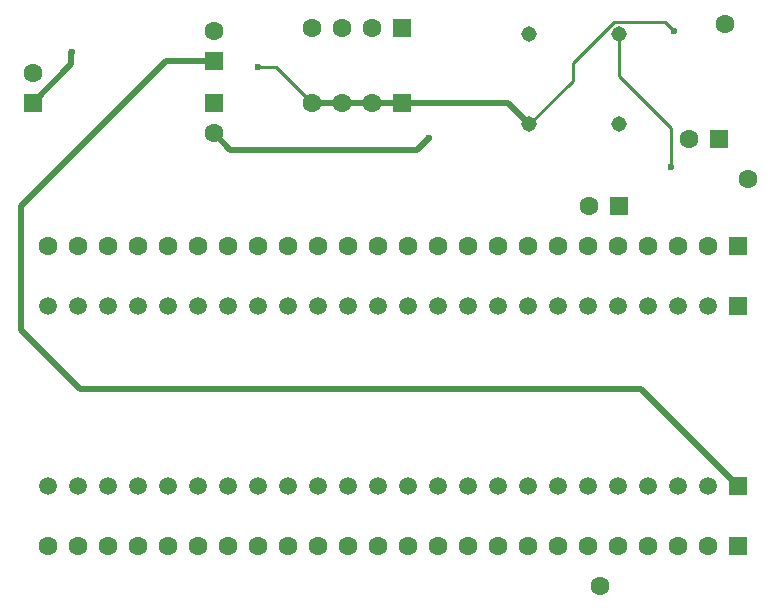
<source format=gbl>
G04*
G04 #@! TF.GenerationSoftware,Altium Limited,Altium Designer,20.1.12 (249)*
G04*
G04 Layer_Physical_Order=2*
G04 Layer_Color=16711680*
%FSLAX44Y44*%
%MOMM*%
G71*
G04*
G04 #@! TF.SameCoordinates,28A8639E-1F06-4054-8E9C-96101E26D361*
G04*
G04*
G04 #@! TF.FilePolarity,Positive*
G04*
G01*
G75*
%ADD34C,0.5000*%
%ADD36C,0.2540*%
%ADD38C,1.6000*%
%ADD39R,1.6000X1.6000*%
%ADD40R,1.6000X1.6000*%
%ADD41C,1.5200*%
%ADD42R,1.5200X1.5200*%
%ADD43C,1.3100*%
%ADD44C,0.6000*%
D34*
X360000Y402500D02*
X360000D01*
X191957Y392500D02*
X350000D01*
X360000Y402500D01*
X177750Y406707D02*
X191957Y392500D01*
X137550Y467550D02*
X177750D01*
X15000Y345000D02*
X137550Y467550D01*
X15000Y240000D02*
Y345000D01*
Y240000D02*
X65000Y190000D01*
X539700D01*
X622100Y107600D01*
X337350Y432058D02*
X426743D01*
X445000Y413800D01*
X311950Y432058D02*
X337350D01*
X286550D02*
X311950D01*
X261150D02*
X286550D01*
X25000Y432300D02*
X57309Y464609D01*
Y474809D01*
X57500Y475000D01*
D36*
X230707Y462500D02*
X261150Y432058D01*
X215000Y462500D02*
X230707D01*
X445000Y413800D02*
X481965Y450765D01*
Y465416D01*
X516909Y500360D01*
X559640D01*
X567500Y492500D01*
X565000Y377500D02*
Y410890D01*
X521200Y454689D02*
X565000Y410890D01*
X521200Y454689D02*
Y490000D01*
D38*
X630000Y367308D02*
D03*
X611000Y499000D02*
D03*
X505000Y23000D02*
D03*
X37900Y56800D02*
D03*
X63300D02*
D03*
X88700D02*
D03*
X114100D02*
D03*
X139500D02*
D03*
X266500D02*
D03*
X342700D02*
D03*
X368100D02*
D03*
X393500D02*
D03*
X444300D02*
D03*
X469700D02*
D03*
X520500D02*
D03*
X571300D02*
D03*
X596700D02*
D03*
X545900D02*
D03*
X495100D02*
D03*
X418900D02*
D03*
X317300D02*
D03*
X291900D02*
D03*
X241100D02*
D03*
X215700D02*
D03*
X190300D02*
D03*
X164900D02*
D03*
X25000Y457700D02*
D03*
X37900Y310800D02*
D03*
X63300D02*
D03*
X88700D02*
D03*
X114100D02*
D03*
X139500D02*
D03*
X266500D02*
D03*
X342700D02*
D03*
X368100D02*
D03*
X393500D02*
D03*
X444300D02*
D03*
X469700D02*
D03*
X520500D02*
D03*
X571300D02*
D03*
X596700D02*
D03*
X545900D02*
D03*
X495100D02*
D03*
X418900D02*
D03*
X317300D02*
D03*
X291900D02*
D03*
X241100D02*
D03*
X215700D02*
D03*
X190300D02*
D03*
X164900D02*
D03*
X495300Y344743D02*
D03*
X580300Y401250D02*
D03*
X261150Y495750D02*
D03*
X286550D02*
D03*
X311950D02*
D03*
X261150Y432058D02*
D03*
X286550D02*
D03*
X311950D02*
D03*
X177750Y406707D02*
D03*
Y492950D02*
D03*
D39*
X622100Y56800D02*
D03*
Y310800D02*
D03*
X520700Y344743D02*
D03*
X605700Y401250D02*
D03*
X337350Y495750D02*
D03*
Y432058D02*
D03*
D40*
X25000Y432300D02*
D03*
X177750Y432107D02*
D03*
Y467550D02*
D03*
D41*
X215700Y107600D02*
D03*
X241100D02*
D03*
X342700D02*
D03*
X393500D02*
D03*
X469700D02*
D03*
X571300D02*
D03*
X596700D02*
D03*
X545900D02*
D03*
X520500D02*
D03*
X495100D02*
D03*
X444300D02*
D03*
X418900D02*
D03*
X368100D02*
D03*
X317300D02*
D03*
X291900D02*
D03*
X266500D02*
D03*
X190300D02*
D03*
X164900D02*
D03*
X139500D02*
D03*
X114100D02*
D03*
X88700D02*
D03*
X63300D02*
D03*
X37900D02*
D03*
X215700Y260000D02*
D03*
X241100D02*
D03*
X342700D02*
D03*
X393500D02*
D03*
X469700D02*
D03*
X571300D02*
D03*
X596700D02*
D03*
X545900D02*
D03*
X520500D02*
D03*
X495100D02*
D03*
X444300D02*
D03*
X418900D02*
D03*
X368100D02*
D03*
X317300D02*
D03*
X291900D02*
D03*
X266500D02*
D03*
X190300D02*
D03*
X164900D02*
D03*
X139500D02*
D03*
X114100D02*
D03*
X88700D02*
D03*
X63300D02*
D03*
X37900D02*
D03*
D42*
X622100Y107600D02*
D03*
Y260000D02*
D03*
D43*
X445000Y413800D02*
D03*
X521200D02*
D03*
Y490000D02*
D03*
X445000D02*
D03*
D44*
X360000Y402500D02*
D03*
X215000Y462500D02*
D03*
X567500Y492500D02*
D03*
X565000Y377500D02*
D03*
X57500Y475000D02*
D03*
M02*

</source>
